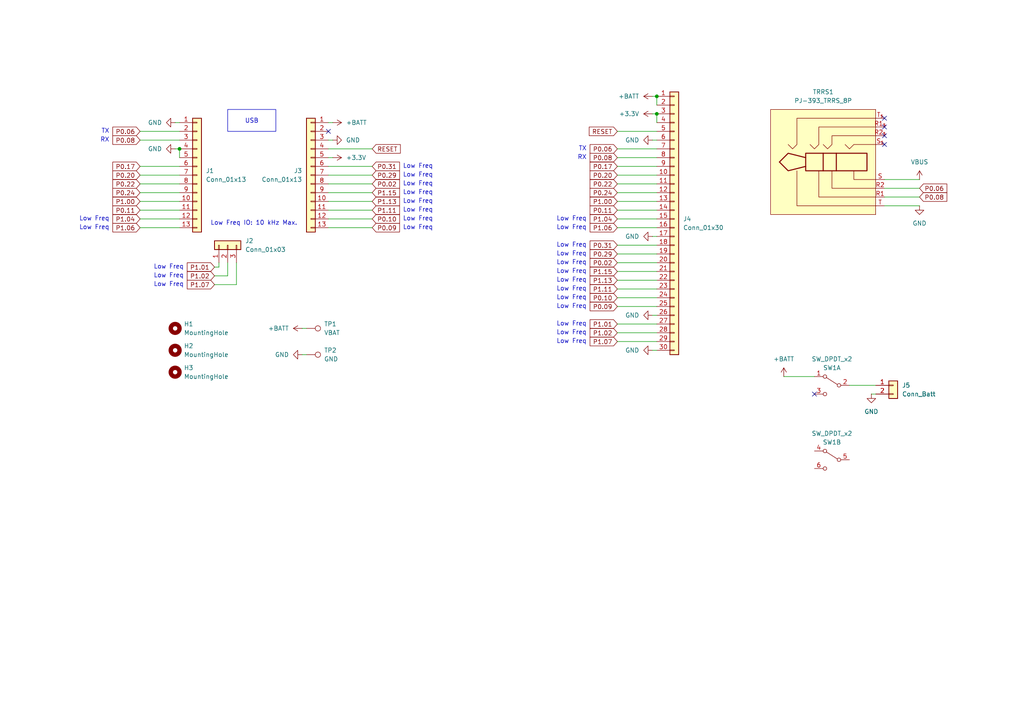
<source format=kicad_sch>
(kicad_sch (version 20250114) (generator "eeschema") (generator_version "9.0")
  (paper "A4")
  (lib_symbols
    (symbol "Connector:TestPoint" (pin_numbers (hide yes)) (pin_names (offset 0.762) (hide yes))
      (property "Reference" "TP" (at 0 6.858 0))
      (property "Value" "TestPoint" (at 0 5.08 0))
      (symbol "TestPoint_0_1"
        (circle (center 0 3.302) (radius 0.762))
      )
      (symbol "TestPoint_1_1"
        (pin passive line (at 0 0 90) (length 2.54) (name "1") (number "1"))
      )
    )
    (symbol "Connector_Generic:Conn_01x02" (pin_names (offset 1.016) (hide yes))
      (property "Reference" "J" (at 0 2.54 0))
      (property "Value" "Conn_01x02" (at 0 -5.08 0))
      (symbol "Conn_01x02_1_1"
        (rectangle (start -1.27 1.27) (end 1.27 -3.81) (stroke (width 0.254)) (fill (type background)))
        (rectangle (start -1.27 0.127) (end 0 -0.127) (stroke (width 0.1524)))
        (rectangle (start -1.27 -2.413) (end 0 -2.667) (stroke (width 0.1524)))
        (pin passive line (at -5.08 0 0) (length 3.81) (name "Pin_1") (number "1"))
        (pin passive line (at -5.08 -2.54 0) (length 3.81) (name "Pin_2") (number "2"))
      )
    )
    (symbol "Connector_Generic:Conn_01x03" (pin_names (offset 1.016) (hide yes))
      (property "Reference" "J" (at 0 5.08 0))
      (property "Value" "Conn_01x03" (at 0 -5.08 0))
      (symbol "Conn_01x03_1_1"
        (rectangle (start -1.27 3.81) (end 1.27 -3.81) (stroke (width 0.254)) (fill (type background)))
        (rectangle (start -1.27 2.667) (end 0 2.413) (stroke (width 0.1524)))
        (rectangle (start -1.27 0.127) (end 0 -0.127) (stroke (width 0.1524)))
        (rectangle (start -1.27 -2.413) (end 0 -2.667) (stroke (width 0.1524)))
        (pin passive line (at -5.08 2.54 0) (length 3.81) (name "Pin_1") (number "1"))
        (pin passive line (at -5.08 0 0) (length 3.81) (name "Pin_2") (number "2"))
        (pin passive line (at -5.08 -2.54 0) (length 3.81) (name "Pin_3") (number "3"))
      )
    )
    (symbol "Connector_Generic:Conn_01x13" (pin_names (offset 1.016) (hide yes))
      (property "Reference" "J" (at 0 17.78 0))
      (property "Value" "Conn_01x13" (at 0 -17.78 0))
      (symbol "Conn_01x13_1_1"
        (rectangle (start -1.27 16.51) (end 1.27 -16.51) (stroke (width 0.254)) (fill (type background)))
        (rectangle (start -1.27 15.367) (end 0 15.113) (stroke (width 0.1524)))
        (rectangle (start -1.27 12.827) (end 0 12.573) (stroke (width 0.1524)))
        (rectangle (start -1.27 10.287) (end 0 10.033) (stroke (width 0.1524)))
        (rectangle (start -1.27 7.747) (end 0 7.493) (stroke (width 0.1524)))
        (rectangle (start -1.27 5.207) (end 0 4.953) (stroke (width 0.1524)))
        (rectangle (start -1.27 2.667) (end 0 2.413) (stroke (width 0.1524)))
        (rectangle (start -1.27 0.127) (end 0 -0.127) (stroke (width 0.1524)))
        (rectangle (start -1.27 -2.413) (end 0 -2.667) (stroke (width 0.1524)))
        (rectangle (start -1.27 -4.953) (end 0 -5.207) (stroke (width 0.1524)))
        (rectangle (start -1.27 -7.493) (end 0 -7.747) (stroke (width 0.1524)))
        (rectangle (start -1.27 -10.033) (end 0 -10.287) (stroke (width 0.1524)))
        (rectangle (start -1.27 -12.573) (end 0 -12.827) (stroke (width 0.1524)))
        (rectangle (start -1.27 -15.113) (end 0 -15.367) (stroke (width 0.1524)))
        (pin passive line (at -5.08 15.24 0) (length 3.81) (name "Pin_1") (number "1"))
        (pin passive line (at -5.08 12.7 0) (length 3.81) (name "Pin_2") (number "2"))
        (pin passive line (at -5.08 10.16 0) (length 3.81) (name "Pin_3") (number "3"))
        (pin passive line (at -5.08 7.62 0) (length 3.81) (name "Pin_4") (number "4"))
        (pin passive line (at -5.08 5.08 0) (length 3.81) (name "Pin_5") (number "5"))
        (pin passive line (at -5.08 2.54 0) (length 3.81) (name "Pin_6") (number "6"))
        (pin passive line (at -5.08 0 0) (length 3.81) (name "Pin_7") (number "7"))
        (pin passive line (at -5.08 -2.54 0) (length 3.81) (name "Pin_8") (number "8"))
        (pin passive line (at -5.08 -5.08 0) (length 3.81) (name "Pin_9") (number "9"))
        (pin passive line (at -5.08 -7.62 0) (length 3.81) (name "Pin_10") (number "10"))
        (pin passive line (at -5.08 -10.16 0) (length 3.81) (name "Pin_11") (number "11"))
        (pin passive line (at -5.08 -12.7 0) (length 3.81) (name "Pin_12") (number "12"))
        (pin passive line (at -5.08 -15.24 0) (length 3.81) (name "Pin_13") (number "13"))
      )
    )
    (symbol "Connector_Generic:Conn_01x30" (pin_names (offset 1.016) (hide yes))
      (property "Reference" "J" (at 0 38.1 0))
      (property "Value" "Conn_01x30" (at 0 -40.64 0))
      (symbol "Conn_01x30_1_1"
        (rectangle (start -1.27 36.83) (end 1.27 -39.37) (stroke (width 0.254)) (fill (type background)))
        (rectangle (start -1.27 35.687) (end 0 35.433) (stroke (width 0.1524)))
        (rectangle (start -1.27 33.147) (end 0 32.893) (stroke (width 0.1524)))
        (rectangle (start -1.27 30.607) (end 0 30.353) (stroke (width 0.1524)))
        (rectangle (start -1.27 28.067) (end 0 27.813) (stroke (width 0.1524)))
        (rectangle (start -1.27 25.527) (end 0 25.273) (stroke (width 0.1524)))
        (rectangle (start -1.27 22.987) (end 0 22.733) (stroke (width 0.1524)))
        (rectangle (start -1.27 20.447) (end 0 20.193) (stroke (width 0.1524)))
        (rectangle (start -1.27 17.907) (end 0 17.653) (stroke (width 0.1524)))
        (rectangle (start -1.27 15.367) (end 0 15.113) (stroke (width 0.1524)))
        (rectangle (start -1.27 12.827) (end 0 12.573) (stroke (width 0.1524)))
        (rectangle (start -1.27 10.287) (end 0 10.033) (stroke (width 0.1524)))
        (rectangle (start -1.27 7.747) (end 0 7.493) (stroke (width 0.1524)))
        (rectangle (start -1.27 5.207) (end 0 4.953) (stroke (width 0.1524)))
        (rectangle (start -1.27 2.667) (end 0 2.413) (stroke (width 0.1524)))
        (rectangle (start -1.27 0.127) (end 0 -0.127) (stroke (width 0.1524)))
        (rectangle (start -1.27 -2.413) (end 0 -2.667) (stroke (width 0.1524)))
        (rectangle (start -1.27 -4.953) (end 0 -5.207) (stroke (width 0.1524)))
        (rectangle (start -1.27 -7.493) (end 0 -7.747) (stroke (width 0.1524)))
        (rectangle (start -1.27 -10.033) (end 0 -10.287) (stroke (width 0.1524)))
        (rectangle (start -1.27 -12.573) (end 0 -12.827) (stroke (width 0.1524)))
        (rectangle (start -1.27 -15.113) (end 0 -15.367) (stroke (width 0.1524)))
        (rectangle (start -1.27 -17.653) (end 0 -17.907) (stroke (width 0.1524)))
        (rectangle (start -1.27 -20.193) (end 0 -20.447) (stroke (width 0.1524)))
        (rectangle (start -1.27 -22.733) (end 0 -22.987) (stroke (width 0.1524)))
        (rectangle (start -1.27 -25.273) (end 0 -25.527) (stroke (width 0.1524)))
        (rectangle (start -1.27 -27.813) (end 0 -28.067) (stroke (width 0.1524)))
        (rectangle (start -1.27 -30.353) (end 0 -30.607) (stroke (width 0.1524)))
        (rectangle (start -1.27 -32.893) (end 0 -33.147) (stroke (width 0.1524)))
        (rectangle (start -1.27 -35.433) (end 0 -35.687) (stroke (width 0.1524)))
        (rectangle (start -1.27 -37.973) (end 0 -38.227) (stroke (width 0.1524)))
        (pin passive line (at -5.08 35.56 0) (length 3.81) (name "Pin_1") (number "1"))
        (pin passive line (at -5.08 33.02 0) (length 3.81) (name "Pin_2") (number "2"))
        (pin passive line (at -5.08 30.48 0) (length 3.81) (name "Pin_3") (number "3"))
        (pin passive line (at -5.08 27.94 0) (length 3.81) (name "Pin_4") (number "4"))
        (pin passive line (at -5.08 25.4 0) (length 3.81) (name "Pin_5") (number "5"))
        (pin passive line (at -5.08 22.86 0) (length 3.81) (name "Pin_6") (number "6"))
        (pin passive line (at -5.08 20.32 0) (length 3.81) (name "Pin_7") (number "7"))
        (pin passive line (at -5.08 17.78 0) (length 3.81) (name "Pin_8") (number "8"))
        (pin passive line (at -5.08 15.24 0) (length 3.81) (name "Pin_9") (number "9"))
        (pin passive line (at -5.08 12.7 0) (length 3.81) (name "Pin_10") (number "10"))
        (pin passive line (at -5.08 10.16 0) (length 3.81) (name "Pin_11") (number "11"))
        (pin passive line (at -5.08 7.62 0) (length 3.81) (name "Pin_12") (number "12"))
        (pin passive line (at -5.08 5.08 0) (length 3.81) (name "Pin_13") (number "13"))
        (pin passive line (at -5.08 2.54 0) (length 3.81) (name "Pin_14") (number "14"))
        (pin passive line (at -5.08 0 0) (length 3.81) (name "Pin_15") (number "15"))
        (pin passive line (at -5.08 -2.54 0) (length 3.81) (name "Pin_16") (number "16"))
        (pin passive line (at -5.08 -5.08 0) (length 3.81) (name "Pin_17") (number "17"))
        (pin passive line (at -5.08 -7.62 0) (length 3.81) (name "Pin_18") (number "18"))
        (pin passive line (at -5.08 -10.16 0) (length 3.81) (name "Pin_19") (number "19"))
        (pin passive line (at -5.08 -12.7 0) (length 3.81) (name "Pin_20") (number "20"))
        (pin passive line (at -5.08 -15.24 0) (length 3.81) (name "Pin_21") (number "21"))
        (pin passive line (at -5.08 -17.78 0) (length 3.81) (name "Pin_22") (number "22"))
        (pin passive line (at -5.08 -20.32 0) (length 3.81) (name "Pin_23") (number "23"))
        (pin passive line (at -5.08 -22.86 0) (length 3.81) (name "Pin_24") (number "24"))
        (pin passive line (at -5.08 -25.4 0) (length 3.81) (name "Pin_25") (number "25"))
        (pin passive line (at -5.08 -27.94 0) (length 3.81) (name "Pin_26") (number "26"))
        (pin passive line (at -5.08 -30.48 0) (length 3.81) (name "Pin_27") (number "27"))
        (pin passive line (at -5.08 -33.02 0) (length 3.81) (name "Pin_28") (number "28"))
        (pin passive line (at -5.08 -35.56 0) (length 3.81) (name "Pin_29") (number "29"))
        (pin passive line (at -5.08 -38.1 0) (length 3.81) (name "Pin_30") (number "30"))
      )
    )
    (symbol "ErgoSNM_Keyboard_Library:PJ-393_TRRS_8P"
      (property "Reference" "TRRS" (at 0 -17.78 0))
      (property "Value" "PJ-393_TRRS_8P" (at 1.905 -19.685 0))
      (symbol "PJ-393_TRRS_8P_0_0"
        (pin bidirectional line (at 16.51 12.7 180) (length 2.54) (name "") (number "T_{s}"))
        (pin bidirectional line (at 16.51 10.16 180) (length 2.54) (name "") (number "R1_{s}"))
        (pin bidirectional line (at 16.51 7.62 180) (length 2.54) (name "") (number "R2_{s}"))
        (pin bidirectional line (at 16.51 5.08 180) (length 2.54) (name "") (number "S_{s}"))
        (pin bidirectional line (at 16.51 -5.08 180) (length 2.54) (name "") (number "S"))
        (pin bidirectional line (at 16.51 -7.62 180) (length 2.54) (name "") (number "R2"))
        (pin bidirectional line (at 16.51 -12.7 180) (length 2.54) (name "") (number "T"))
      )
      (symbol "PJ-393_TRRS_8P_0_1"
        (rectangle (start -16.51 15.24) (end 13.97 -15.24) (fill (type background)))
        (polyline (pts (xy -13.97 0) (xy -11.43 2.54) (xy -6.35 1.27) (xy -6.35 2.54) (xy 11.43 2.54) (xy 11.43 -2.54) (xy -6.35 -2.54) (xy -6.35 -1.27) (xy -11.43 -2.54) (xy -13.97 0)) (stroke (width 0.3)))
        (polyline (pts (xy -6.35 1.27) (xy -6.35 -1.27)) (stroke (width 0.3)))
        (polyline (pts (xy -1.27 2.54) (xy -1.27 -2.54)) (stroke (width 0.3)))
        (polyline (pts (xy 2.54 2.54) (xy 2.54 -2.54)) (stroke (width 0.3)))
        (polyline (pts (xy 13.97 12.7) (xy -8.89 12.7) (xy -8.89 5.08) (xy -10.16 3.81) (xy -11.43 5.08)))
        (polyline (pts (xy 13.97 10.16) (xy -2.54 10.16) (xy -2.54 5.08) (xy -3.81 3.81) (xy -5.08 5.08)))
        (polyline (pts (xy 13.97 7.62) (xy 1.27 7.62) (xy 1.27 5.08) (xy 0 3.81) (xy -1.27 5.08)))
        (polyline (pts (xy 13.97 5.08) (xy 7.62 5.08) (xy 6.35 3.81) (xy 5.08 5.08)))
        (polyline (pts (xy 13.97 -5.08) (xy 7.62 -5.08) (xy 7.62 -2.54)))
        (polyline (pts (xy 13.97 -7.62) (xy 1.27 -7.62) (xy 1.27 -2.54)))
        (polyline (pts (xy 13.97 -10.16) (xy -2.54 -10.16) (xy -2.54 -2.54)))
        (polyline (pts (xy 13.97 -12.7) (xy -8.89 -12.7) (xy -8.89 -2.54)))
      )
      (symbol "PJ-393_TRRS_8P_1_1"
        (pin bidirectional line (at 16.51 -10.16 180) (length 2.54) (name "") (number "R1"))
      )
    )
    (symbol "Mechanical:MountingHole" (pin_names (offset 1.016)) (in_bom no)
      (property "Reference" "H" (at 0 5.08 0))
      (property "Value" "MountingHole" (at 0 3.175 0))
      (symbol "MountingHole_0_1"
        (circle (center 0 0) (radius 1.27) (stroke (width 1.27)))
      )
    )
    (symbol "Switch:SW_DPDT_x2" (pin_names (offset 0) (hide yes))
      (property "Reference" "SW" (at 0 4.318 0))
      (property "Value" "SW_DPDT_x2" (at 0 -5.08 0))
      (symbol "SW_DPDT_x2_0_0"
        (circle (center -2.032 0) (radius 0.508))
        (circle (center 2.032 -2.54) (radius 0.508))
      )
      (symbol "SW_DPDT_x2_0_1"
        (polyline (pts (xy -1.524 0.254) (xy 1.651 2.286)))
        (circle (center 2.032 2.54) (radius 0.508))
      )
      (symbol "SW_DPDT_x2_1_1"
        (pin passive line (at -5.08 0 0) (length 2.54) (name "B") (number "2"))
        (pin passive line (at 5.08 2.54 180) (length 2.54) (name "A") (number "1"))
        (pin passive line (at 5.08 -2.54 180) (length 2.54) (name "C") (number "3"))
      )
      (symbol "SW_DPDT_x2_2_1"
        (pin passive line (at -5.08 0 0) (length 2.54) (name "B") (number "5"))
        (pin passive line (at 5.08 2.54 180) (length 2.54) (name "A") (number "4"))
        (pin passive line (at 5.08 -2.54 180) (length 2.54) (name "C") (number "6"))
      )
    )
    (symbol "power:+3.3V" (power) (pin_numbers (hide yes)) (pin_names (offset 0) (hide yes))
      (property "Value" "+3.3V" (at 0 3.556 0))
      (symbol "+3.3V_0_1"
        (polyline (pts (xy -0.762 1.27) (xy 0 2.54)))
        (polyline (pts (xy 0 2.54) (xy 0.762 1.27)))
        (polyline (pts (xy 0 0) (xy 0 2.54)))
      )
      (symbol "+3.3V_1_1"
        (pin power_in line (at 0 0 90) (length 0) (name "~") (number "1"))
      )
    )
    (symbol "power:+BATT" (power) (pin_numbers (hide yes)) (pin_names (offset 0) (hide yes))
      (property "Value" "+BATT" (at 0 3.556 0))
      (symbol "+BATT_0_1"
        (polyline (pts (xy -0.762 1.27) (xy 0 2.54)))
        (polyline (pts (xy 0 2.54) (xy 0.762 1.27)))
        (polyline (pts (xy 0 0) (xy 0 2.54)))
      )
      (symbol "+BATT_1_1"
        (pin power_in line (at 0 0 90) (length 0) (name "~") (number "1"))
      )
    )
    (symbol "power:GND" (power) (pin_numbers (hide yes)) (pin_names (offset 0) (hide yes))
      (property "Value" "GND" (at 0 -3.81 0))
      (symbol "GND_0_1"
        (polyline (pts (xy 0 0) (xy 0 -1.27) (xy 1.27 -1.27) (xy 0 -2.54) (xy -1.27 -1.27) (xy 0 -1.27)))
      )
      (symbol "GND_1_1"
        (pin power_in line (at 0 0 270) (length 0) (name "~") (number "1"))
      )
    )
    (symbol "power:VBUS" (power) (pin_numbers (hide yes)) (pin_names (offset 0) (hide yes))
      (property "Value" "VBUS" (at 0 3.556 0))
      (symbol "VBUS_0_1"
        (polyline (pts (xy -0.762 1.27) (xy 0 2.54)))
        (polyline (pts (xy 0 2.54) (xy 0.762 1.27)))
        (polyline (pts (xy 0 0) (xy 0 2.54)))
      )
      (symbol "VBUS_1_1"
        (pin power_in line (at 0 0 90) (length 0) (name "~") (number "1"))
      )
    )
  )
  (text "Low Freq" (at 170.18 63.5 0) (effects (font (size 1.27 1.27)) (justify right)))
  (text "Low Freq" (at 53.34 80.01 0) (effects (font (size 1.27 1.27)) (justify right)))
  (text "Low Freq" (at 170.18 76.2 0) (effects (font (size 1.27 1.27)) (justify right)))
  (text "Low Freq" (at 170.18 88.9 0) (effects (font (size 1.27 1.27)) (justify right)))
  (text "Low Freq" (at 116.84 66.04 0) (effects (font (size 1.27 1.27)) (justify left)))
  (text "Low Freq" (at 170.18 71.12 0) (effects (font (size 1.27 1.27)) (justify right)))
  (text "Low Freq" (at 170.18 83.82 0) (effects (font (size 1.27 1.27)) (justify right)))
  (text "Low Freq" (at 170.18 99.06 0) (effects (font (size 1.27 1.27)) (justify right)))
  (text "Low Freq" (at 31.75 63.5 0) (effects (font (size 1.27 1.27)) (justify right)))
  (text "Low Freq" (at 170.18 96.52 0) (effects (font (size 1.27 1.27)) (justify right)))
  (text "TX" (at 31.75 38.1 0) (effects (font (size 1.27 1.27)) (justify right)))
  (text "RX" (at 170.18 45.72 0) (effects (font (size 1.27 1.27)) (justify right)))
  (text "Low Freq" (at 116.84 58.42 0) (effects (font (size 1.27 1.27)) (justify left)))
  (text "Low Freq" (at 116.84 55.88 0) (effects (font (size 1.27 1.27)) (justify left)))
  (text "Low Freq" (at 31.75 66.04 0) (effects (font (size 1.27 1.27)) (justify right)))
  (text "Low Freq" (at 170.18 81.28 0) (effects (font (size 1.27 1.27)) (justify right)))
  (text "Low Freq" (at 53.34 77.47 0) (effects (font (size 1.27 1.27)) (justify right)))
  (text "Low Freq" (at 116.84 48.26 0) (effects (font (size 1.27 1.27)) (justify left)))
  (text "Low Freq" (at 116.84 63.5 0) (effects (font (size 1.27 1.27)) (justify left)))
  (text "Low Freq" (at 170.18 93.98 0) (effects (font (size 1.27 1.27)) (justify right)))
  (text "Low Freq" (at 116.84 60.96 0) (effects (font (size 1.27 1.27)) (justify left)))
  (text "Low Freq" (at 116.84 53.34 0) (effects (font (size 1.27 1.27)) (justify left)))
  (text "Low Freq" (at 170.18 66.04 0) (effects (font (size 1.27 1.27)) (justify right)))
  (text "Low Freq" (at 170.18 86.36 0) (effects (font (size 1.27 1.27)) (justify right)))
  (text "TX" (at 170.18 43.18 0) (effects (font (size 1.27 1.27)) (justify right)))
  (text "Low Freq" (at 53.34 82.55 0) (effects (font (size 1.27 1.27)) (justify right)))
  (text "Low Freq" (at 170.18 78.74 0) (effects (font (size 1.27 1.27)) (justify right)))
  (text "Low Freq" (at 116.84 50.8 0) (effects (font (size 1.27 1.27)) (justify left)))
  (text "Low Freq" (at 170.18 73.66 0) (effects (font (size 1.27 1.27)) (justify right)))
  (text "RX" (at 31.75 40.64 0) (effects (font (size 1.27 1.27)) (justify right)))
  (text "Low Freq IO: 10 kHz Max." (at 73.66 64.77 0) (effects (font (size 1.27 1.27))))
  (text_box "USB" (at 66.04 31.75 0) (size 13.97 6.35) (margins 0.9525 0.9525 0.9525 0.9525) (effects (font (size 1.27 1.27))))
  (junction (at 52.07 43.18))
  (junction (at 190.5 33.02))
  (junction (at 190.5 27.94))
  (no_connect (at 256.54 39.37))
  (no_connect (at 256.54 41.91))
  (no_connect (at 95.25 38.1))
  (no_connect (at 236.22 114.3))
  (no_connect (at 256.54 34.29))
  (no_connect (at 256.54 36.83))
  (wire (pts (xy 179.07 81.28) (xy 190.5 81.28)))
  (wire (pts (xy 63.5 76.2) (xy 63.5 77.47)))
  (wire (pts (xy 95.25 35.56) (xy 96.52 35.56)))
  (wire (pts (xy 179.07 76.2) (xy 190.5 76.2)))
  (wire (pts (xy 179.07 86.36) (xy 190.5 86.36)))
  (wire (pts (xy 107.95 43.18) (xy 95.25 43.18)))
  (wire (pts (xy 179.07 58.42) (xy 190.5 58.42)))
  (wire (pts (xy 107.95 66.04) (xy 95.25 66.04)))
  (wire (pts (xy 256.54 57.15) (xy 266.7 57.15)))
  (wire (pts (xy 179.07 66.04) (xy 190.5 66.04)))
  (wire (pts (xy 52.07 43.18) (xy 52.07 45.72)))
  (wire (pts (xy 40.64 50.8) (xy 52.07 50.8)))
  (wire (pts (xy 179.07 71.12) (xy 190.5 71.12)))
  (wire (pts (xy 66.04 80.01) (xy 66.04 76.2)))
  (wire (pts (xy 107.95 53.34) (xy 95.25 53.34)))
  (wire (pts (xy 96.52 40.64) (xy 95.25 40.64)))
  (wire (pts (xy 107.95 55.88) (xy 95.25 55.88)))
  (wire (pts (xy 179.07 48.26) (xy 190.5 48.26)))
  (wire (pts (xy 96.52 45.72) (xy 95.25 45.72)))
  (wire (pts (xy 40.64 53.34) (xy 52.07 53.34)))
  (wire (pts (xy 88.9 102.87) (xy 87.63 102.87)))
  (wire (pts (xy 40.64 58.42) (xy 52.07 58.42)))
  (wire (pts (xy 50.8 35.56) (xy 52.07 35.56)))
  (wire (pts (xy 40.64 48.26) (xy 52.07 48.26)))
  (wire (pts (xy 62.23 80.01) (xy 66.04 80.01)))
  (wire (pts (xy 179.07 99.06) (xy 190.5 99.06)))
  (wire (pts (xy 40.64 66.04) (xy 52.07 66.04)))
  (wire (pts (xy 52.07 43.18) (xy 50.8 43.18)))
  (wire (pts (xy 179.07 43.18) (xy 190.5 43.18)))
  (wire (pts (xy 62.23 82.55) (xy 68.58 82.55)))
  (wire (pts (xy 179.07 88.9) (xy 190.5 88.9)))
  (wire (pts (xy 88.9 95.25) (xy 87.63 95.25)))
  (wire (pts (xy 190.5 27.94) (xy 190.5 30.48)))
  (wire (pts (xy 189.23 101.6) (xy 190.5 101.6)))
  (wire (pts (xy 256.54 52.07) (xy 266.7 52.07)))
  (wire (pts (xy 107.95 50.8) (xy 95.25 50.8)))
  (wire (pts (xy 40.64 40.64) (xy 52.07 40.64)))
  (wire (pts (xy 107.95 58.42) (xy 95.25 58.42)))
  (wire (pts (xy 179.07 53.34) (xy 190.5 53.34)))
  (wire (pts (xy 40.64 60.96) (xy 52.07 60.96)))
  (wire (pts (xy 179.07 38.1) (xy 190.5 38.1)))
  (wire (pts (xy 256.54 54.61) (xy 266.7 54.61)))
  (wire (pts (xy 179.07 60.96) (xy 190.5 60.96)))
  (wire (pts (xy 179.07 50.8) (xy 190.5 50.8)))
  (wire (pts (xy 107.95 63.5) (xy 95.25 63.5)))
  (wire (pts (xy 179.07 73.66) (xy 190.5 73.66)))
  (wire (pts (xy 246.38 111.76) (xy 254 111.76)))
  (wire (pts (xy 179.07 45.72) (xy 190.5 45.72)))
  (wire (pts (xy 107.95 48.26) (xy 95.25 48.26)))
  (wire (pts (xy 190.5 27.94) (xy 189.23 27.94)))
  (wire (pts (xy 256.54 59.69) (xy 266.7 59.69)))
  (wire (pts (xy 252.73 114.3) (xy 254 114.3)))
  (wire (pts (xy 189.23 33.02) (xy 190.5 33.02)))
  (wire (pts (xy 179.07 83.82) (xy 190.5 83.82)))
  (wire (pts (xy 68.58 82.55) (xy 68.58 76.2)))
  (wire (pts (xy 189.23 40.64) (xy 190.5 40.64)))
  (wire (pts (xy 63.5 77.47) (xy 62.23 77.47)))
  (wire (pts (xy 179.07 78.74) (xy 190.5 78.74)))
  (wire (pts (xy 40.64 38.1) (xy 52.07 38.1)))
  (wire (pts (xy 227.33 109.22) (xy 236.22 109.22)))
  (wire (pts (xy 179.07 96.52) (xy 190.5 96.52)))
  (wire (pts (xy 107.95 60.96) (xy 95.25 60.96)))
  (wire (pts (xy 40.64 63.5) (xy 52.07 63.5)))
  (wire (pts (xy 189.23 68.58) (xy 190.5 68.58)))
  (wire (pts (xy 40.64 55.88) (xy 52.07 55.88)))
  (wire (pts (xy 179.07 63.5) (xy 190.5 63.5)))
  (wire (pts (xy 190.5 33.02) (xy 190.5 35.56)))
  (wire (pts (xy 189.23 91.44) (xy 190.5 91.44)))
  (wire (pts (xy 179.07 55.88) (xy 190.5 55.88)))
  (wire (pts (xy 179.07 93.98) (xy 190.5 93.98)))
  (global_label "P0.09" (shape input) (at 107.95 66.04 0) (property "Intersheetrefs" "${INTERSHEET_REFS}" (effects (hide yes))))
  (global_label "P1.06" (shape input) (at 179.07 66.04 180) (property "Intersheetrefs" "${INTERSHEET_REFS}" (effects (hide yes))))
  (global_label "P0.22" (shape input) (at 40.64 53.34 180) (property "Intersheetrefs" "${INTERSHEET_REFS}" (effects (hide yes))))
  (global_label "P0.20" (shape input) (at 179.07 50.8 180) (property "Intersheetrefs" "${INTERSHEET_REFS}" (effects (hide yes))))
  (global_label "P0.22" (shape input) (at 179.07 53.34 180) (property "Intersheetrefs" "${INTERSHEET_REFS}" (effects (hide yes))))
  (global_label "P0.29" (shape input) (at 179.07 73.66 180) (property "Intersheetrefs" "${INTERSHEET_REFS}" (effects (hide yes))))
  (global_label "P1.00" (shape input) (at 179.07 58.42 180) (property "Intersheetrefs" "${INTERSHEET_REFS}" (effects (hide yes))))
  (global_label "P0.17" (shape input) (at 179.07 48.26 180) (property "Intersheetrefs" "${INTERSHEET_REFS}" (effects (hide yes))))
  (global_label "P1.01" (shape input) (at 179.07 93.98 180) (property "Intersheetrefs" "${INTERSHEET_REFS}" (effects (hide yes))))
  (global_label "P1.15" (shape input) (at 179.07 78.74 180) (property "Intersheetrefs" "${INTERSHEET_REFS}" (effects (hide yes))))
  (global_label "P0.09" (shape input) (at 179.07 88.9 180) (property "Intersheetrefs" "${INTERSHEET_REFS}" (effects (hide yes))))
  (global_label "P0.29" (shape input) (at 107.95 50.8 0) (property "Intersheetrefs" "${INTERSHEET_REFS}" (effects (hide yes))))
  (global_label "P1.11" (shape input) (at 179.07 83.82 180) (property "Intersheetrefs" "${INTERSHEET_REFS}" (effects (hide yes))))
  (global_label "P0.08" (shape input) (at 266.7 57.15 0) (property "Intersheetrefs" "${INTERSHEET_REFS}" (effects (hide yes))))
  (global_label "RESET" (shape input) (at 179.07 38.1 180) (property "Intersheetrefs" "${INTERSHEET_REFS}" (effects (hide yes))))
  (global_label "P0.11" (shape input) (at 179.07 60.96 180) (property "Intersheetrefs" "${INTERSHEET_REFS}" (effects (hide yes))))
  (global_label "P0.10" (shape input) (at 179.07 86.36 180) (property "Intersheetrefs" "${INTERSHEET_REFS}" (effects (hide yes))))
  (global_label "P1.13" (shape input) (at 179.07 81.28 180) (property "Intersheetrefs" "${INTERSHEET_REFS}" (effects (hide yes))))
  (global_label "P0.08" (shape input) (at 40.64 40.64 180) (property "Intersheetrefs" "${INTERSHEET_REFS}" (effects (hide yes))))
  (global_label "P0.11" (shape input) (at 40.64 60.96 180) (property "Intersheetrefs" "${INTERSHEET_REFS}" (effects (hide yes))))
  (global_label "P0.08" (shape input) (at 179.07 45.72 180) (property "Intersheetrefs" "${INTERSHEET_REFS}" (effects (hide yes))))
  (global_label "P0.31" (shape input) (at 179.07 71.12 180) (property "Intersheetrefs" "${INTERSHEET_REFS}" (effects (hide yes))))
  (global_label "P1.13" (shape input) (at 107.95 58.42 0) (property "Intersheetrefs" "${INTERSHEET_REFS}" (effects (hide yes))))
  (global_label "P0.06" (shape input) (at 40.64 38.1 180) (property "Intersheetrefs" "${INTERSHEET_REFS}" (effects (hide yes))))
  (global_label "P1.04" (shape input) (at 179.07 63.5 180) (property "Intersheetrefs" "${INTERSHEET_REFS}" (effects (hide yes))))
  (global_label "RESET" (shape input) (at 107.95 43.18 0) (property "Intersheetrefs" "${INTERSHEET_REFS}" (effects (hide yes))))
  (global_label "P1.01" (shape input) (at 62.23 77.47 180) (property "Intersheetrefs" "${INTERSHEET_REFS}" (effects (hide yes))))
  (global_label "P1.15" (shape input) (at 107.95 55.88 0) (property "Intersheetrefs" "${INTERSHEET_REFS}" (effects (hide yes))))
  (global_label "P0.06" (shape input) (at 266.7 54.61 0) (property "Intersheetrefs" "${INTERSHEET_REFS}" (effects (hide yes))))
  (global_label "P0.20" (shape input) (at 40.64 50.8 180) (property "Intersheetrefs" "${INTERSHEET_REFS}" (effects (hide yes))))
  (global_label "P1.07" (shape input) (at 62.23 82.55 180) (property "Intersheetrefs" "${INTERSHEET_REFS}" (effects (hide yes))))
  (global_label "P1.07" (shape input) (at 179.07 99.06 180) (property "Intersheetrefs" "${INTERSHEET_REFS}" (effects (hide yes))))
  (global_label "P0.02" (shape input) (at 107.95 53.34 0) (property "Intersheetrefs" "${INTERSHEET_REFS}" (effects (hide yes))))
  (global_label "P1.11" (shape input) (at 107.95 60.96 0) (property "Intersheetrefs" "${INTERSHEET_REFS}" (effects (hide yes))))
  (global_label "P0.02" (shape input) (at 179.07 76.2 180) (property "Intersheetrefs" "${INTERSHEET_REFS}" (effects (hide yes))))
  (global_label "P0.24" (shape input) (at 179.07 55.88 180) (property "Intersheetrefs" "${INTERSHEET_REFS}" (effects (hide yes))))
  (global_label "P0.31" (shape input) (at 107.95 48.26 0) (property "Intersheetrefs" "${INTERSHEET_REFS}" (effects (hide yes))))
  (global_label "P1.02" (shape input) (at 62.23 80.01 180) (property "Intersheetrefs" "${INTERSHEET_REFS}" (effects (hide yes))))
  (global_label "P1.00" (shape input) (at 40.64 58.42 180) (property "Intersheetrefs" "${INTERSHEET_REFS}" (effects (hide yes))))
  (global_label "P0.17" (shape input) (at 40.64 48.26 180) (property "Intersheetrefs" "${INTERSHEET_REFS}" (effects (hide yes))))
  (global_label "P1.06" (shape input) (at 40.64 66.04 180) (property "Intersheetrefs" "${INTERSHEET_REFS}" (effects (hide yes))))
  (global_label "P1.04" (shape input) (at 40.64 63.5 180) (property "Intersheetrefs" "${INTERSHEET_REFS}" (effects (hide yes))))
  (global_label "P0.06" (shape input) (at 179.07 43.18 180) (property "Intersheetrefs" "${INTERSHEET_REFS}" (effects (hide yes))))
  (global_label "P0.24" (shape input) (at 40.64 55.88 180) (property "Intersheetrefs" "${INTERSHEET_REFS}" (effects (hide yes))))
  (global_label "P1.02" (shape input) (at 179.07 96.52 180) (property "Intersheetrefs" "${INTERSHEET_REFS}" (effects (hide yes))))
  (global_label "P0.10" (shape input) (at 107.95 63.5 0) (property "Intersheetrefs" "${INTERSHEET_REFS}" (effects (hide yes))))
  (symbol (lib_id "power:GND") (at 266.7 59.69 0) (unit 1)
    (property "Reference" "#PWR017" (effects (hide yes)))
    (property "Value" "GND" (at 266.7 64.77 0))
    (property "Description" "Power symbol creates a global label with name \"GND\" , ground" (effects (hide yes)))
  )
  (symbol (lib_id "Mechanical:MountingHole") (at 50.8 95.25 0) (unit 1) (in_bom no)
    (property "Reference" "H1" (at 53.34 93.9799 0) (effects (justify left)))
    (property "Value" "MountingHole" (at 53.34 96.5199 0) (effects (justify left)))
    (property "Footprint" "MountingHole:MountingHole_2.7mm_M2.5_ISO7380" (effects (hide yes)))
    (property "Description" "Mounting Hole without connection" (effects (hide yes)))
  )
  (symbol (lib_id "Connector_Generic:Conn_01x30") (at 195.58 63.5 0) (unit 1)
    (property "Reference" "J4" (at 198.12 63.4999 0) (effects (justify left)))
    (property "Value" "Conn_01x30" (at 198.12 66.0399 0) (effects (justify left)))
    (property "Footprint" "Connector_FFC-FPC:TE_3-1734839-0_1x30-1MP_P0.5mm_Horizontal" (effects (hide yes)))
    (property "Description" "Generic connector, single row, 01x30, script generated (kicad-library-utils/schlib/autogen/connector/)" (effects (hide yes)))
  )
  (symbol (lib_id "Mechanical:MountingHole") (at 50.8 107.95 0) (unit 1) (in_bom no)
    (property "Reference" "H3" (at 53.34 106.6799 0) (effects (justify left)))
    (property "Value" "MountingHole" (at 53.34 109.2199 0) (effects (justify left)))
    (property "Footprint" "MountingHole:MountingHole_2.7mm_M2.5_ISO7380" (effects (hide yes)))
    (property "Description" "Mounting Hole without connection" (effects (hide yes)))
  )
  (symbol (lib_id "power:GND") (at 189.23 91.44 270) (unit 1)
    (property "Reference" "#PWR012" (effects (hide yes)))
    (property "Value" "GND" (at 185.42 91.4399 90) (effects (justify right)))
    (property "Description" "Power symbol creates a global label with name \"GND\" , ground" (effects (hide yes)))
  )
  (symbol (lib_id "Connector:TestPoint") (at 88.9 95.25 270) (unit 1)
    (property "Reference" "TP1" (at 93.98 93.9799 90) (effects (justify left)))
    (property "Value" "VBAT" (at 93.98 96.5199 90) (effects (justify left)))
    (property "Footprint" "TestPoint:TestPoint_Keystone_5015_Micro_Mini" (effects (hide yes)))
    (property "Description" "test point" (effects (hide yes)))
  )
  (symbol (lib_id "power:+BATT") (at 227.33 109.22 0) (unit 1)
    (property "Reference" "#PWR014" (effects (hide yes)))
    (property "Value" "+BATT" (at 227.33 104.14 0))
    (property "Description" "Power symbol creates a global label with name \"+BATT\"" (effects (hide yes)))
  )
  (symbol (lib_id "power:GND") (at 189.23 40.64 270) (unit 1)
    (property "Reference" "#PWR010" (effects (hide yes)))
    (property "Value" "GND" (at 185.42 40.6399 90) (effects (justify right)))
    (property "Description" "Power symbol creates a global label with name \"GND\" , ground" (effects (hide yes)))
  )
  (symbol (lib_id "Connector:TestPoint") (at 88.9 102.87 270) (unit 1)
    (property "Reference" "TP2" (at 93.98 101.5999 90) (effects (justify left)))
    (property "Value" "GND" (at 93.98 104.1399 90) (effects (justify left)))
    (property "Footprint" "TestPoint:TestPoint_Keystone_5015_Micro_Mini" (effects (hide yes)))
    (property "Description" "test point" (effects (hide yes)))
  )
  (symbol (lib_id "power:+BATT") (at 87.63 95.25 90) (unit 1)
    (property "Reference" "#PWR06" (effects (hide yes)))
    (property "Value" "+BATT" (at 83.82 95.2499 90) (effects (justify left)))
    (property "Description" "Power symbol creates a global label with name \"+BATT\"" (effects (hide yes)))
  )
  (symbol (lib_id "power:GND") (at 87.63 102.87 270) (unit 1)
    (property "Reference" "#PWR07" (effects (hide yes)))
    (property "Value" "GND" (at 83.82 102.8699 90) (effects (justify right)))
    (property "Description" "Power symbol creates a global label with name \"GND\" , ground" (effects (hide yes)))
  )
  (symbol (lib_id "Switch:SW_DPDT_x2") (at 241.3 111.76 0) (mirror y) (unit 1)
    (property "Reference" "SW1" (at 241.3 106.68 0))
    (property "Value" "SW_DPDT_x2" (at 241.3 104.14 0))
    (property "Footprint" "ErgoSNM_Keyboard:MSKT-22D14-T" (effects (hide yes)))
  )
  (symbol (lib_id "power:+BATT") (at 189.23 27.94 90) (unit 1)
    (property "Reference" "#PWR08" (effects (hide yes)))
    (property "Value" "+BATT" (at 185.42 27.9399 90) (effects (justify left)))
    (property "Description" "Power symbol creates a global label with name \"+BATT\"" (effects (hide yes)))
  )
  (symbol (lib_id "Switch:SW_DPDT_x2") (at 241.3 133.35 0) (mirror y) (unit 2)
    (property "Reference" "SW1" (at 241.3 128.27 0))
    (property "Value" "SW_DPDT_x2" (at 241.3 125.73 0))
    (property "Footprint" "ErgoSNM_Keyboard:MSKT-22D14-T" (effects (hide yes)))
  )
  (symbol (lib_id "power:VBUS") (at 266.7 52.07 0) (unit 1)
    (property "Reference" "#PWR016" (effects (hide yes)))
    (property "Value" "VBUS" (at 266.7 46.99 0))
    (property "Description" "Power symbol creates a global label with name \"VBUS\"" (effects (hide yes)))
  )
  (symbol (lib_id "power:+3.3V") (at 189.23 33.02 90) (unit 1)
    (property "Reference" "#PWR09" (effects (hide yes)))
    (property "Value" "+3.3V" (at 185.42 33.0199 90) (effects (justify left)))
    (property "Description" "Power symbol creates a global label with name \"+3.3V\"" (effects (hide yes)))
  )
  (symbol (lib_id "ErgoSNM_Keyboard_Library:PJ-393_TRRS_8P") (at 240.03 46.99 0) (unit 1)
    (property "Reference" "TRRS1" (at 238.76 26.67 0))
    (property "Value" "PJ-393_TRRS_8P" (at 238.76 29.21 0))
    (property "Footprint" "ErgoSNM_Keyboard:PJ-393 8P TRRS" (effects (hide yes)))
    (property "JLCPCB Part #" "C668609" (effects (hide yes)))
    (property "MFR. Part #" "PJ-393 8PJ" (effects (hide yes)))
  )
  (symbol (lib_id "power:GND") (at 189.23 68.58 270) (unit 1)
    (property "Reference" "#PWR011" (effects (hide yes)))
    (property "Value" "GND" (at 185.42 68.5799 90) (effects (justify right)))
    (property "Description" "Power symbol creates a global label with name \"GND\" , ground" (effects (hide yes)))
  )
  (symbol (lib_id "power:+BATT") (at 96.52 35.56 270) (unit 1)
    (property "Reference" "#PWR03" (effects (hide yes)))
    (property "Value" "+BATT" (at 100.33 35.5599 90) (effects (justify left)))
    (property "Description" "Power symbol creates a global label with name \"+BATT\"" (effects (hide yes)))
  )
  (symbol (lib_id "Connector_Generic:Conn_01x03") (at 66.04 71.12 90) (unit 1)
    (property "Reference" "J2" (at 71.12 69.8499 90) (effects (justify right)))
    (property "Value" "Conn_01x03" (at 71.12 72.3899 90) (effects (justify right)))
    (property "Footprint" "Connector_PinHeader_2.54mm:PinHeader_1x03_P2.54mm_Vertical" (effects (hide yes)))
    (property "Description" "Generic connector, single row, 01x03, script generated (kicad-library-utils/schlib/autogen/connector/)" (effects (hide yes)))
  )
  (symbol (lib_id "power:GND") (at 50.8 35.56 270) (unit 1)
    (property "Reference" "#PWR01" (effects (hide yes)))
    (property "Value" "GND" (at 46.99 35.5599 90) (effects (justify right)))
    (property "Description" "Power symbol creates a global label with name \"GND\" , ground" (effects (hide yes)))
  )
  (symbol (lib_id "Connector_Generic:Conn_01x02") (at 259.08 111.76 0) (unit 1)
    (property "Reference" "J5" (at 261.62 111.7599 0) (effects (justify left)))
    (property "Value" "Conn_Batt" (at 261.62 114.2999 0) (effects (justify left)))
    (property "Footprint" "Connector_JST:JST_PH_S2B-PH-SM4-TB_1x02-1MP_P2.00mm_Horizontal" (effects (hide yes)))
    (property "Description" "Generic connector, single row, 01x02, script generated (kicad-library-utils/schlib/autogen/connector/)" (effects (hide yes)))
    (property "JLCPCB Part #" "C295747" (effects (hide yes)))
    (property "MFR. Part #" "S2B-PH-SM4-TB(LF)(SN)" (effects (hide yes)))
  )
  (symbol (lib_id "power:+3.3V") (at 96.52 45.72 270) (unit 1)
    (property "Reference" "#PWR05" (effects (hide yes)))
    (property "Value" "+3.3V" (at 100.33 45.7199 90) (effects (justify left)))
    (property "Description" "Power symbol creates a global label with name \"+3.3V\"" (effects (hide yes)))
  )
  (symbol (lib_id "power:GND") (at 50.8 43.18 270) (unit 1)
    (property "Reference" "#PWR02" (effects (hide yes)))
    (property "Value" "GND" (at 46.99 43.1799 90) (effects (justify right)))
    (property "Description" "Power symbol creates a global label with name \"GND\" , ground" (effects (hide yes)))
  )
  (symbol (lib_id "power:GND") (at 189.23 101.6 270) (unit 1)
    (property "Reference" "#PWR013" (effects (hide yes)))
    (property "Value" "GND" (at 185.42 101.5999 90) (effects (justify right)))
    (property "Description" "Power symbol creates a global label with name \"GND\" , ground" (effects (hide yes)))
  )
  (symbol (lib_id "Connector_Generic:Conn_01x13") (at 90.17 50.8 0) (mirror y) (unit 1)
    (property "Reference" "J3" (at 87.63 49.5299 0) (effects (justify left)))
    (property "Value" "Conn_01x13" (at 87.63 52.0699 0) (effects (justify left)))
    (property "Footprint" "Connector_PinHeader_2.54mm:PinHeader_1x13_P2.54mm_Vertical" (effects (hide yes)))
    (property "Description" "Generic connector, single row, 01x13, script generated (kicad-library-utils/schlib/autogen/connector/)" (effects (hide yes)))
  )
  (symbol (lib_id "Mechanical:MountingHole") (at 50.8 101.6 0) (unit 1) (in_bom no)
    (property "Reference" "H2" (at 53.34 100.3299 0) (effects (justify left)))
    (property "Value" "MountingHole" (at 53.34 102.8699 0) (effects (justify left)))
    (property "Footprint" "MountingHole:MountingHole_2.7mm_M2.5_ISO7380" (effects (hide yes)))
    (property "Description" "Mounting Hole without connection" (effects (hide yes)))
  )
  (symbol (lib_id "Connector_Generic:Conn_01x13") (at 57.15 50.8 0) (unit 1)
    (property "Reference" "J1" (at 59.69 49.5299 0) (effects (justify left)))
    (property "Value" "Conn_01x13" (at 59.69 52.0699 0) (effects (justify left)))
    (property "Footprint" "Connector_PinHeader_2.54mm:PinHeader_1x13_P2.54mm_Vertical" (effects (hide yes)))
    (property "Description" "Generic connector, single row, 01x13, script generated (kicad-library-utils/schlib/autogen/connector/)" (effects (hide yes)))
  )
  (symbol (lib_id "power:GND") (at 252.73 114.3 0) (unit 1)
    (property "Reference" "#PWR015" (effects (hide yes)))
    (property "Value" "GND" (at 252.73 119.38 0))
    (property "Description" "Power symbol creates a global label with name \"GND\" , ground" (effects (hide yes)))
  )
  (symbol (lib_id "power:GND") (at 96.52 40.64 90) (unit 1)
    (property "Reference" "#PWR04" (effects (hide yes)))
    (property "Value" "GND" (at 100.33 40.6399 90) (effects (justify right)))
    (property "Description" "Power symbol creates a global label with name \"GND\" , ground" (effects (hide yes)))
  )
)
</source>
